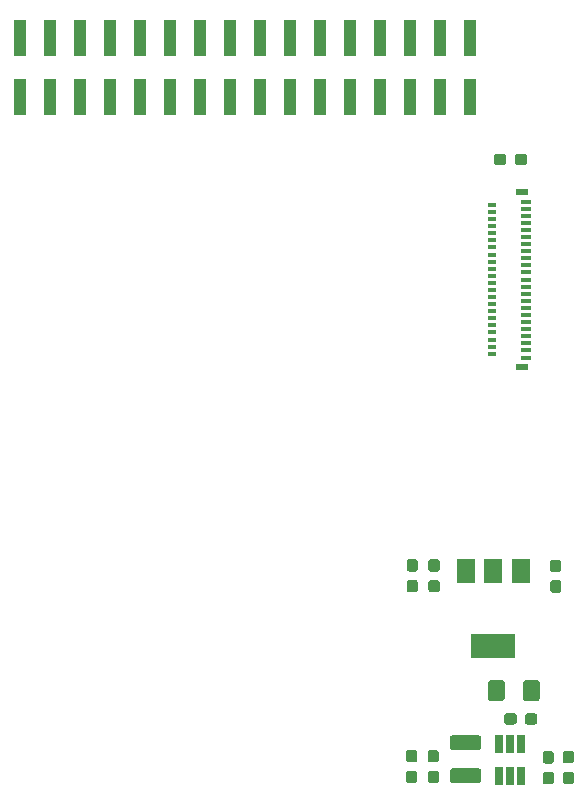
<source format=gbr>
G04 #@! TF.GenerationSoftware,KiCad,Pcbnew,(5.1.4)-1*
G04 #@! TF.CreationDate,2019-11-27T14:10:42+08:00*
G04 #@! TF.ProjectId,FH26W-45S-0.3SHW,46483236-572d-4343-9553-2d302e335348,rev?*
G04 #@! TF.SameCoordinates,Original*
G04 #@! TF.FileFunction,Paste,Bot*
G04 #@! TF.FilePolarity,Positive*
%FSLAX46Y46*%
G04 Gerber Fmt 4.6, Leading zero omitted, Abs format (unit mm)*
G04 Created by KiCad (PCBNEW (5.1.4)-1) date 2019-11-27 14:10:42*
%MOMM*%
%LPD*%
G04 APERTURE LIST*
%ADD10R,1.000000X0.550000*%
%ADD11R,0.700000X0.330000*%
%ADD12R,0.850000X0.330000*%
%ADD13C,0.100000*%
%ADD14C,0.950000*%
%ADD15C,1.425000*%
%ADD16R,0.650000X1.560000*%
%ADD17R,3.800000X2.000000*%
%ADD18R,1.500000X2.000000*%
%ADD19R,1.000000X3.150000*%
%ADD20C,1.250000*%
G04 APERTURE END LIST*
D10*
X148250000Y-43740000D03*
X148250000Y-58500000D03*
D11*
X145700000Y-44800000D03*
X145700000Y-45400000D03*
X145700000Y-46000000D03*
X145700000Y-46600000D03*
X145700000Y-47200000D03*
X145700000Y-47800000D03*
X145700000Y-48400000D03*
X145700000Y-49000000D03*
X145700000Y-49600000D03*
X145700000Y-50200000D03*
X145700000Y-50800000D03*
X145700000Y-51400000D03*
X145700000Y-52000000D03*
X145700000Y-52600000D03*
X145700000Y-53200000D03*
X145700000Y-53800000D03*
X145700000Y-54400000D03*
X145700000Y-55000000D03*
X145700000Y-55600000D03*
X145700000Y-56200000D03*
X145700000Y-56800000D03*
X145700000Y-57400000D03*
D12*
X148585000Y-44520000D03*
X148585000Y-45120000D03*
X148585000Y-45720000D03*
X148585000Y-46320000D03*
X148585000Y-46920000D03*
X148585000Y-47520000D03*
X148585000Y-48120000D03*
X148585000Y-48720000D03*
X148585000Y-49320000D03*
X148585000Y-49920000D03*
X148585000Y-50520000D03*
X148585000Y-51120000D03*
X148585000Y-51720000D03*
X148585000Y-52320000D03*
X148585000Y-52920000D03*
X148585000Y-53520000D03*
X148585000Y-54120000D03*
X148585000Y-54720000D03*
X148585000Y-55320000D03*
X148585000Y-55920000D03*
X148585000Y-56520000D03*
X148585000Y-57120000D03*
X148585000Y-57720000D03*
D13*
G36*
X141010779Y-92706144D02*
G01*
X141033834Y-92709563D01*
X141056443Y-92715227D01*
X141078387Y-92723079D01*
X141099457Y-92733044D01*
X141119448Y-92745026D01*
X141138168Y-92758910D01*
X141155438Y-92774562D01*
X141171090Y-92791832D01*
X141184974Y-92810552D01*
X141196956Y-92830543D01*
X141206921Y-92851613D01*
X141214773Y-92873557D01*
X141220437Y-92896166D01*
X141223856Y-92919221D01*
X141225000Y-92942500D01*
X141225000Y-93517500D01*
X141223856Y-93540779D01*
X141220437Y-93563834D01*
X141214773Y-93586443D01*
X141206921Y-93608387D01*
X141196956Y-93629457D01*
X141184974Y-93649448D01*
X141171090Y-93668168D01*
X141155438Y-93685438D01*
X141138168Y-93701090D01*
X141119448Y-93714974D01*
X141099457Y-93726956D01*
X141078387Y-93736921D01*
X141056443Y-93744773D01*
X141033834Y-93750437D01*
X141010779Y-93753856D01*
X140987500Y-93755000D01*
X140512500Y-93755000D01*
X140489221Y-93753856D01*
X140466166Y-93750437D01*
X140443557Y-93744773D01*
X140421613Y-93736921D01*
X140400543Y-93726956D01*
X140380552Y-93714974D01*
X140361832Y-93701090D01*
X140344562Y-93685438D01*
X140328910Y-93668168D01*
X140315026Y-93649448D01*
X140303044Y-93629457D01*
X140293079Y-93608387D01*
X140285227Y-93586443D01*
X140279563Y-93563834D01*
X140276144Y-93540779D01*
X140275000Y-93517500D01*
X140275000Y-92942500D01*
X140276144Y-92919221D01*
X140279563Y-92896166D01*
X140285227Y-92873557D01*
X140293079Y-92851613D01*
X140303044Y-92830543D01*
X140315026Y-92810552D01*
X140328910Y-92791832D01*
X140344562Y-92774562D01*
X140361832Y-92758910D01*
X140380552Y-92745026D01*
X140400543Y-92733044D01*
X140421613Y-92723079D01*
X140443557Y-92715227D01*
X140466166Y-92709563D01*
X140489221Y-92706144D01*
X140512500Y-92705000D01*
X140987500Y-92705000D01*
X141010779Y-92706144D01*
X141010779Y-92706144D01*
G37*
D14*
X140750000Y-93230000D03*
D13*
G36*
X141010779Y-90956144D02*
G01*
X141033834Y-90959563D01*
X141056443Y-90965227D01*
X141078387Y-90973079D01*
X141099457Y-90983044D01*
X141119448Y-90995026D01*
X141138168Y-91008910D01*
X141155438Y-91024562D01*
X141171090Y-91041832D01*
X141184974Y-91060552D01*
X141196956Y-91080543D01*
X141206921Y-91101613D01*
X141214773Y-91123557D01*
X141220437Y-91146166D01*
X141223856Y-91169221D01*
X141225000Y-91192500D01*
X141225000Y-91767500D01*
X141223856Y-91790779D01*
X141220437Y-91813834D01*
X141214773Y-91836443D01*
X141206921Y-91858387D01*
X141196956Y-91879457D01*
X141184974Y-91899448D01*
X141171090Y-91918168D01*
X141155438Y-91935438D01*
X141138168Y-91951090D01*
X141119448Y-91964974D01*
X141099457Y-91976956D01*
X141078387Y-91986921D01*
X141056443Y-91994773D01*
X141033834Y-92000437D01*
X141010779Y-92003856D01*
X140987500Y-92005000D01*
X140512500Y-92005000D01*
X140489221Y-92003856D01*
X140466166Y-92000437D01*
X140443557Y-91994773D01*
X140421613Y-91986921D01*
X140400543Y-91976956D01*
X140380552Y-91964974D01*
X140361832Y-91951090D01*
X140344562Y-91935438D01*
X140328910Y-91918168D01*
X140315026Y-91899448D01*
X140303044Y-91879457D01*
X140293079Y-91858387D01*
X140285227Y-91836443D01*
X140279563Y-91813834D01*
X140276144Y-91790779D01*
X140275000Y-91767500D01*
X140275000Y-91192500D01*
X140276144Y-91169221D01*
X140279563Y-91146166D01*
X140285227Y-91123557D01*
X140293079Y-91101613D01*
X140303044Y-91080543D01*
X140315026Y-91060552D01*
X140328910Y-91041832D01*
X140344562Y-91024562D01*
X140361832Y-91008910D01*
X140380552Y-90995026D01*
X140400543Y-90983044D01*
X140421613Y-90973079D01*
X140443557Y-90965227D01*
X140466166Y-90959563D01*
X140489221Y-90956144D01*
X140512500Y-90955000D01*
X140987500Y-90955000D01*
X141010779Y-90956144D01*
X141010779Y-90956144D01*
G37*
D14*
X140750000Y-91480000D03*
D13*
G36*
X151380779Y-74831144D02*
G01*
X151403834Y-74834563D01*
X151426443Y-74840227D01*
X151448387Y-74848079D01*
X151469457Y-74858044D01*
X151489448Y-74870026D01*
X151508168Y-74883910D01*
X151525438Y-74899562D01*
X151541090Y-74916832D01*
X151554974Y-74935552D01*
X151566956Y-74955543D01*
X151576921Y-74976613D01*
X151584773Y-74998557D01*
X151590437Y-75021166D01*
X151593856Y-75044221D01*
X151595000Y-75067500D01*
X151595000Y-75642500D01*
X151593856Y-75665779D01*
X151590437Y-75688834D01*
X151584773Y-75711443D01*
X151576921Y-75733387D01*
X151566956Y-75754457D01*
X151554974Y-75774448D01*
X151541090Y-75793168D01*
X151525438Y-75810438D01*
X151508168Y-75826090D01*
X151489448Y-75839974D01*
X151469457Y-75851956D01*
X151448387Y-75861921D01*
X151426443Y-75869773D01*
X151403834Y-75875437D01*
X151380779Y-75878856D01*
X151357500Y-75880000D01*
X150882500Y-75880000D01*
X150859221Y-75878856D01*
X150836166Y-75875437D01*
X150813557Y-75869773D01*
X150791613Y-75861921D01*
X150770543Y-75851956D01*
X150750552Y-75839974D01*
X150731832Y-75826090D01*
X150714562Y-75810438D01*
X150698910Y-75793168D01*
X150685026Y-75774448D01*
X150673044Y-75754457D01*
X150663079Y-75733387D01*
X150655227Y-75711443D01*
X150649563Y-75688834D01*
X150646144Y-75665779D01*
X150645000Y-75642500D01*
X150645000Y-75067500D01*
X150646144Y-75044221D01*
X150649563Y-75021166D01*
X150655227Y-74998557D01*
X150663079Y-74976613D01*
X150673044Y-74955543D01*
X150685026Y-74935552D01*
X150698910Y-74916832D01*
X150714562Y-74899562D01*
X150731832Y-74883910D01*
X150750552Y-74870026D01*
X150770543Y-74858044D01*
X150791613Y-74848079D01*
X150813557Y-74840227D01*
X150836166Y-74834563D01*
X150859221Y-74831144D01*
X150882500Y-74830000D01*
X151357500Y-74830000D01*
X151380779Y-74831144D01*
X151380779Y-74831144D01*
G37*
D14*
X151120000Y-75355000D03*
D13*
G36*
X151380779Y-76581144D02*
G01*
X151403834Y-76584563D01*
X151426443Y-76590227D01*
X151448387Y-76598079D01*
X151469457Y-76608044D01*
X151489448Y-76620026D01*
X151508168Y-76633910D01*
X151525438Y-76649562D01*
X151541090Y-76666832D01*
X151554974Y-76685552D01*
X151566956Y-76705543D01*
X151576921Y-76726613D01*
X151584773Y-76748557D01*
X151590437Y-76771166D01*
X151593856Y-76794221D01*
X151595000Y-76817500D01*
X151595000Y-77392500D01*
X151593856Y-77415779D01*
X151590437Y-77438834D01*
X151584773Y-77461443D01*
X151576921Y-77483387D01*
X151566956Y-77504457D01*
X151554974Y-77524448D01*
X151541090Y-77543168D01*
X151525438Y-77560438D01*
X151508168Y-77576090D01*
X151489448Y-77589974D01*
X151469457Y-77601956D01*
X151448387Y-77611921D01*
X151426443Y-77619773D01*
X151403834Y-77625437D01*
X151380779Y-77628856D01*
X151357500Y-77630000D01*
X150882500Y-77630000D01*
X150859221Y-77628856D01*
X150836166Y-77625437D01*
X150813557Y-77619773D01*
X150791613Y-77611921D01*
X150770543Y-77601956D01*
X150750552Y-77589974D01*
X150731832Y-77576090D01*
X150714562Y-77560438D01*
X150698910Y-77543168D01*
X150685026Y-77524448D01*
X150673044Y-77504457D01*
X150663079Y-77483387D01*
X150655227Y-77461443D01*
X150649563Y-77438834D01*
X150646144Y-77415779D01*
X150645000Y-77392500D01*
X150645000Y-76817500D01*
X150646144Y-76794221D01*
X150649563Y-76771166D01*
X150655227Y-76748557D01*
X150663079Y-76726613D01*
X150673044Y-76705543D01*
X150685026Y-76685552D01*
X150698910Y-76666832D01*
X150714562Y-76649562D01*
X150731832Y-76633910D01*
X150750552Y-76620026D01*
X150770543Y-76608044D01*
X150791613Y-76598079D01*
X150813557Y-76590227D01*
X150836166Y-76584563D01*
X150859221Y-76581144D01*
X150882500Y-76580000D01*
X151357500Y-76580000D01*
X151380779Y-76581144D01*
X151380779Y-76581144D01*
G37*
D14*
X151120000Y-77105000D03*
D13*
G36*
X139190779Y-92696144D02*
G01*
X139213834Y-92699563D01*
X139236443Y-92705227D01*
X139258387Y-92713079D01*
X139279457Y-92723044D01*
X139299448Y-92735026D01*
X139318168Y-92748910D01*
X139335438Y-92764562D01*
X139351090Y-92781832D01*
X139364974Y-92800552D01*
X139376956Y-92820543D01*
X139386921Y-92841613D01*
X139394773Y-92863557D01*
X139400437Y-92886166D01*
X139403856Y-92909221D01*
X139405000Y-92932500D01*
X139405000Y-93507500D01*
X139403856Y-93530779D01*
X139400437Y-93553834D01*
X139394773Y-93576443D01*
X139386921Y-93598387D01*
X139376956Y-93619457D01*
X139364974Y-93639448D01*
X139351090Y-93658168D01*
X139335438Y-93675438D01*
X139318168Y-93691090D01*
X139299448Y-93704974D01*
X139279457Y-93716956D01*
X139258387Y-93726921D01*
X139236443Y-93734773D01*
X139213834Y-93740437D01*
X139190779Y-93743856D01*
X139167500Y-93745000D01*
X138692500Y-93745000D01*
X138669221Y-93743856D01*
X138646166Y-93740437D01*
X138623557Y-93734773D01*
X138601613Y-93726921D01*
X138580543Y-93716956D01*
X138560552Y-93704974D01*
X138541832Y-93691090D01*
X138524562Y-93675438D01*
X138508910Y-93658168D01*
X138495026Y-93639448D01*
X138483044Y-93619457D01*
X138473079Y-93598387D01*
X138465227Y-93576443D01*
X138459563Y-93553834D01*
X138456144Y-93530779D01*
X138455000Y-93507500D01*
X138455000Y-92932500D01*
X138456144Y-92909221D01*
X138459563Y-92886166D01*
X138465227Y-92863557D01*
X138473079Y-92841613D01*
X138483044Y-92820543D01*
X138495026Y-92800552D01*
X138508910Y-92781832D01*
X138524562Y-92764562D01*
X138541832Y-92748910D01*
X138560552Y-92735026D01*
X138580543Y-92723044D01*
X138601613Y-92713079D01*
X138623557Y-92705227D01*
X138646166Y-92699563D01*
X138669221Y-92696144D01*
X138692500Y-92695000D01*
X139167500Y-92695000D01*
X139190779Y-92696144D01*
X139190779Y-92696144D01*
G37*
D14*
X138930000Y-93220000D03*
D13*
G36*
X139190779Y-90946144D02*
G01*
X139213834Y-90949563D01*
X139236443Y-90955227D01*
X139258387Y-90963079D01*
X139279457Y-90973044D01*
X139299448Y-90985026D01*
X139318168Y-90998910D01*
X139335438Y-91014562D01*
X139351090Y-91031832D01*
X139364974Y-91050552D01*
X139376956Y-91070543D01*
X139386921Y-91091613D01*
X139394773Y-91113557D01*
X139400437Y-91136166D01*
X139403856Y-91159221D01*
X139405000Y-91182500D01*
X139405000Y-91757500D01*
X139403856Y-91780779D01*
X139400437Y-91803834D01*
X139394773Y-91826443D01*
X139386921Y-91848387D01*
X139376956Y-91869457D01*
X139364974Y-91889448D01*
X139351090Y-91908168D01*
X139335438Y-91925438D01*
X139318168Y-91941090D01*
X139299448Y-91954974D01*
X139279457Y-91966956D01*
X139258387Y-91976921D01*
X139236443Y-91984773D01*
X139213834Y-91990437D01*
X139190779Y-91993856D01*
X139167500Y-91995000D01*
X138692500Y-91995000D01*
X138669221Y-91993856D01*
X138646166Y-91990437D01*
X138623557Y-91984773D01*
X138601613Y-91976921D01*
X138580543Y-91966956D01*
X138560552Y-91954974D01*
X138541832Y-91941090D01*
X138524562Y-91925438D01*
X138508910Y-91908168D01*
X138495026Y-91889448D01*
X138483044Y-91869457D01*
X138473079Y-91848387D01*
X138465227Y-91826443D01*
X138459563Y-91803834D01*
X138456144Y-91780779D01*
X138455000Y-91757500D01*
X138455000Y-91182500D01*
X138456144Y-91159221D01*
X138459563Y-91136166D01*
X138465227Y-91113557D01*
X138473079Y-91091613D01*
X138483044Y-91070543D01*
X138495026Y-91050552D01*
X138508910Y-91031832D01*
X138524562Y-91014562D01*
X138541832Y-90998910D01*
X138560552Y-90985026D01*
X138580543Y-90973044D01*
X138601613Y-90963079D01*
X138623557Y-90955227D01*
X138646166Y-90949563D01*
X138669221Y-90946144D01*
X138692500Y-90945000D01*
X139167500Y-90945000D01*
X139190779Y-90946144D01*
X139190779Y-90946144D01*
G37*
D14*
X138930000Y-91470000D03*
D13*
G36*
X141080779Y-76546144D02*
G01*
X141103834Y-76549563D01*
X141126443Y-76555227D01*
X141148387Y-76563079D01*
X141169457Y-76573044D01*
X141189448Y-76585026D01*
X141208168Y-76598910D01*
X141225438Y-76614562D01*
X141241090Y-76631832D01*
X141254974Y-76650552D01*
X141266956Y-76670543D01*
X141276921Y-76691613D01*
X141284773Y-76713557D01*
X141290437Y-76736166D01*
X141293856Y-76759221D01*
X141295000Y-76782500D01*
X141295000Y-77357500D01*
X141293856Y-77380779D01*
X141290437Y-77403834D01*
X141284773Y-77426443D01*
X141276921Y-77448387D01*
X141266956Y-77469457D01*
X141254974Y-77489448D01*
X141241090Y-77508168D01*
X141225438Y-77525438D01*
X141208168Y-77541090D01*
X141189448Y-77554974D01*
X141169457Y-77566956D01*
X141148387Y-77576921D01*
X141126443Y-77584773D01*
X141103834Y-77590437D01*
X141080779Y-77593856D01*
X141057500Y-77595000D01*
X140582500Y-77595000D01*
X140559221Y-77593856D01*
X140536166Y-77590437D01*
X140513557Y-77584773D01*
X140491613Y-77576921D01*
X140470543Y-77566956D01*
X140450552Y-77554974D01*
X140431832Y-77541090D01*
X140414562Y-77525438D01*
X140398910Y-77508168D01*
X140385026Y-77489448D01*
X140373044Y-77469457D01*
X140363079Y-77448387D01*
X140355227Y-77426443D01*
X140349563Y-77403834D01*
X140346144Y-77380779D01*
X140345000Y-77357500D01*
X140345000Y-76782500D01*
X140346144Y-76759221D01*
X140349563Y-76736166D01*
X140355227Y-76713557D01*
X140363079Y-76691613D01*
X140373044Y-76670543D01*
X140385026Y-76650552D01*
X140398910Y-76631832D01*
X140414562Y-76614562D01*
X140431832Y-76598910D01*
X140450552Y-76585026D01*
X140470543Y-76573044D01*
X140491613Y-76563079D01*
X140513557Y-76555227D01*
X140536166Y-76549563D01*
X140559221Y-76546144D01*
X140582500Y-76545000D01*
X141057500Y-76545000D01*
X141080779Y-76546144D01*
X141080779Y-76546144D01*
G37*
D14*
X140820000Y-77070000D03*
D13*
G36*
X141080779Y-74796144D02*
G01*
X141103834Y-74799563D01*
X141126443Y-74805227D01*
X141148387Y-74813079D01*
X141169457Y-74823044D01*
X141189448Y-74835026D01*
X141208168Y-74848910D01*
X141225438Y-74864562D01*
X141241090Y-74881832D01*
X141254974Y-74900552D01*
X141266956Y-74920543D01*
X141276921Y-74941613D01*
X141284773Y-74963557D01*
X141290437Y-74986166D01*
X141293856Y-75009221D01*
X141295000Y-75032500D01*
X141295000Y-75607500D01*
X141293856Y-75630779D01*
X141290437Y-75653834D01*
X141284773Y-75676443D01*
X141276921Y-75698387D01*
X141266956Y-75719457D01*
X141254974Y-75739448D01*
X141241090Y-75758168D01*
X141225438Y-75775438D01*
X141208168Y-75791090D01*
X141189448Y-75804974D01*
X141169457Y-75816956D01*
X141148387Y-75826921D01*
X141126443Y-75834773D01*
X141103834Y-75840437D01*
X141080779Y-75843856D01*
X141057500Y-75845000D01*
X140582500Y-75845000D01*
X140559221Y-75843856D01*
X140536166Y-75840437D01*
X140513557Y-75834773D01*
X140491613Y-75826921D01*
X140470543Y-75816956D01*
X140450552Y-75804974D01*
X140431832Y-75791090D01*
X140414562Y-75775438D01*
X140398910Y-75758168D01*
X140385026Y-75739448D01*
X140373044Y-75719457D01*
X140363079Y-75698387D01*
X140355227Y-75676443D01*
X140349563Y-75653834D01*
X140346144Y-75630779D01*
X140345000Y-75607500D01*
X140345000Y-75032500D01*
X140346144Y-75009221D01*
X140349563Y-74986166D01*
X140355227Y-74963557D01*
X140363079Y-74941613D01*
X140373044Y-74920543D01*
X140385026Y-74900552D01*
X140398910Y-74881832D01*
X140414562Y-74864562D01*
X140431832Y-74848910D01*
X140450552Y-74835026D01*
X140470543Y-74823044D01*
X140491613Y-74813079D01*
X140513557Y-74805227D01*
X140536166Y-74799563D01*
X140559221Y-74796144D01*
X140582500Y-74795000D01*
X141057500Y-74795000D01*
X141080779Y-74796144D01*
X141080779Y-74796144D01*
G37*
D14*
X140820000Y-75320000D03*
D13*
G36*
X149552004Y-85046204D02*
G01*
X149576273Y-85049804D01*
X149600071Y-85055765D01*
X149623171Y-85064030D01*
X149645349Y-85074520D01*
X149666393Y-85087133D01*
X149686098Y-85101747D01*
X149704277Y-85118223D01*
X149720753Y-85136402D01*
X149735367Y-85156107D01*
X149747980Y-85177151D01*
X149758470Y-85199329D01*
X149766735Y-85222429D01*
X149772696Y-85246227D01*
X149776296Y-85270496D01*
X149777500Y-85295000D01*
X149777500Y-86545000D01*
X149776296Y-86569504D01*
X149772696Y-86593773D01*
X149766735Y-86617571D01*
X149758470Y-86640671D01*
X149747980Y-86662849D01*
X149735367Y-86683893D01*
X149720753Y-86703598D01*
X149704277Y-86721777D01*
X149686098Y-86738253D01*
X149666393Y-86752867D01*
X149645349Y-86765480D01*
X149623171Y-86775970D01*
X149600071Y-86784235D01*
X149576273Y-86790196D01*
X149552004Y-86793796D01*
X149527500Y-86795000D01*
X148602500Y-86795000D01*
X148577996Y-86793796D01*
X148553727Y-86790196D01*
X148529929Y-86784235D01*
X148506829Y-86775970D01*
X148484651Y-86765480D01*
X148463607Y-86752867D01*
X148443902Y-86738253D01*
X148425723Y-86721777D01*
X148409247Y-86703598D01*
X148394633Y-86683893D01*
X148382020Y-86662849D01*
X148371530Y-86640671D01*
X148363265Y-86617571D01*
X148357304Y-86593773D01*
X148353704Y-86569504D01*
X148352500Y-86545000D01*
X148352500Y-85295000D01*
X148353704Y-85270496D01*
X148357304Y-85246227D01*
X148363265Y-85222429D01*
X148371530Y-85199329D01*
X148382020Y-85177151D01*
X148394633Y-85156107D01*
X148409247Y-85136402D01*
X148425723Y-85118223D01*
X148443902Y-85101747D01*
X148463607Y-85087133D01*
X148484651Y-85074520D01*
X148506829Y-85064030D01*
X148529929Y-85055765D01*
X148553727Y-85049804D01*
X148577996Y-85046204D01*
X148602500Y-85045000D01*
X149527500Y-85045000D01*
X149552004Y-85046204D01*
X149552004Y-85046204D01*
G37*
D15*
X149065000Y-85920000D03*
D13*
G36*
X146577004Y-85046204D02*
G01*
X146601273Y-85049804D01*
X146625071Y-85055765D01*
X146648171Y-85064030D01*
X146670349Y-85074520D01*
X146691393Y-85087133D01*
X146711098Y-85101747D01*
X146729277Y-85118223D01*
X146745753Y-85136402D01*
X146760367Y-85156107D01*
X146772980Y-85177151D01*
X146783470Y-85199329D01*
X146791735Y-85222429D01*
X146797696Y-85246227D01*
X146801296Y-85270496D01*
X146802500Y-85295000D01*
X146802500Y-86545000D01*
X146801296Y-86569504D01*
X146797696Y-86593773D01*
X146791735Y-86617571D01*
X146783470Y-86640671D01*
X146772980Y-86662849D01*
X146760367Y-86683893D01*
X146745753Y-86703598D01*
X146729277Y-86721777D01*
X146711098Y-86738253D01*
X146691393Y-86752867D01*
X146670349Y-86765480D01*
X146648171Y-86775970D01*
X146625071Y-86784235D01*
X146601273Y-86790196D01*
X146577004Y-86793796D01*
X146552500Y-86795000D01*
X145627500Y-86795000D01*
X145602996Y-86793796D01*
X145578727Y-86790196D01*
X145554929Y-86784235D01*
X145531829Y-86775970D01*
X145509651Y-86765480D01*
X145488607Y-86752867D01*
X145468902Y-86738253D01*
X145450723Y-86721777D01*
X145434247Y-86703598D01*
X145419633Y-86683893D01*
X145407020Y-86662849D01*
X145396530Y-86640671D01*
X145388265Y-86617571D01*
X145382304Y-86593773D01*
X145378704Y-86569504D01*
X145377500Y-86545000D01*
X145377500Y-85295000D01*
X145378704Y-85270496D01*
X145382304Y-85246227D01*
X145388265Y-85222429D01*
X145396530Y-85199329D01*
X145407020Y-85177151D01*
X145419633Y-85156107D01*
X145434247Y-85136402D01*
X145450723Y-85118223D01*
X145468902Y-85101747D01*
X145488607Y-85087133D01*
X145509651Y-85074520D01*
X145531829Y-85064030D01*
X145554929Y-85055765D01*
X145578727Y-85049804D01*
X145602996Y-85046204D01*
X145627500Y-85045000D01*
X146552500Y-85045000D01*
X146577004Y-85046204D01*
X146577004Y-85046204D01*
G37*
D15*
X146090000Y-85920000D03*
D13*
G36*
X152450779Y-92786144D02*
G01*
X152473834Y-92789563D01*
X152496443Y-92795227D01*
X152518387Y-92803079D01*
X152539457Y-92813044D01*
X152559448Y-92825026D01*
X152578168Y-92838910D01*
X152595438Y-92854562D01*
X152611090Y-92871832D01*
X152624974Y-92890552D01*
X152636956Y-92910543D01*
X152646921Y-92931613D01*
X152654773Y-92953557D01*
X152660437Y-92976166D01*
X152663856Y-92999221D01*
X152665000Y-93022500D01*
X152665000Y-93597500D01*
X152663856Y-93620779D01*
X152660437Y-93643834D01*
X152654773Y-93666443D01*
X152646921Y-93688387D01*
X152636956Y-93709457D01*
X152624974Y-93729448D01*
X152611090Y-93748168D01*
X152595438Y-93765438D01*
X152578168Y-93781090D01*
X152559448Y-93794974D01*
X152539457Y-93806956D01*
X152518387Y-93816921D01*
X152496443Y-93824773D01*
X152473834Y-93830437D01*
X152450779Y-93833856D01*
X152427500Y-93835000D01*
X151952500Y-93835000D01*
X151929221Y-93833856D01*
X151906166Y-93830437D01*
X151883557Y-93824773D01*
X151861613Y-93816921D01*
X151840543Y-93806956D01*
X151820552Y-93794974D01*
X151801832Y-93781090D01*
X151784562Y-93765438D01*
X151768910Y-93748168D01*
X151755026Y-93729448D01*
X151743044Y-93709457D01*
X151733079Y-93688387D01*
X151725227Y-93666443D01*
X151719563Y-93643834D01*
X151716144Y-93620779D01*
X151715000Y-93597500D01*
X151715000Y-93022500D01*
X151716144Y-92999221D01*
X151719563Y-92976166D01*
X151725227Y-92953557D01*
X151733079Y-92931613D01*
X151743044Y-92910543D01*
X151755026Y-92890552D01*
X151768910Y-92871832D01*
X151784562Y-92854562D01*
X151801832Y-92838910D01*
X151820552Y-92825026D01*
X151840543Y-92813044D01*
X151861613Y-92803079D01*
X151883557Y-92795227D01*
X151906166Y-92789563D01*
X151929221Y-92786144D01*
X151952500Y-92785000D01*
X152427500Y-92785000D01*
X152450779Y-92786144D01*
X152450779Y-92786144D01*
G37*
D14*
X152190000Y-93310000D03*
D13*
G36*
X152450779Y-91036144D02*
G01*
X152473834Y-91039563D01*
X152496443Y-91045227D01*
X152518387Y-91053079D01*
X152539457Y-91063044D01*
X152559448Y-91075026D01*
X152578168Y-91088910D01*
X152595438Y-91104562D01*
X152611090Y-91121832D01*
X152624974Y-91140552D01*
X152636956Y-91160543D01*
X152646921Y-91181613D01*
X152654773Y-91203557D01*
X152660437Y-91226166D01*
X152663856Y-91249221D01*
X152665000Y-91272500D01*
X152665000Y-91847500D01*
X152663856Y-91870779D01*
X152660437Y-91893834D01*
X152654773Y-91916443D01*
X152646921Y-91938387D01*
X152636956Y-91959457D01*
X152624974Y-91979448D01*
X152611090Y-91998168D01*
X152595438Y-92015438D01*
X152578168Y-92031090D01*
X152559448Y-92044974D01*
X152539457Y-92056956D01*
X152518387Y-92066921D01*
X152496443Y-92074773D01*
X152473834Y-92080437D01*
X152450779Y-92083856D01*
X152427500Y-92085000D01*
X151952500Y-92085000D01*
X151929221Y-92083856D01*
X151906166Y-92080437D01*
X151883557Y-92074773D01*
X151861613Y-92066921D01*
X151840543Y-92056956D01*
X151820552Y-92044974D01*
X151801832Y-92031090D01*
X151784562Y-92015438D01*
X151768910Y-91998168D01*
X151755026Y-91979448D01*
X151743044Y-91959457D01*
X151733079Y-91938387D01*
X151725227Y-91916443D01*
X151719563Y-91893834D01*
X151716144Y-91870779D01*
X151715000Y-91847500D01*
X151715000Y-91272500D01*
X151716144Y-91249221D01*
X151719563Y-91226166D01*
X151725227Y-91203557D01*
X151733079Y-91181613D01*
X151743044Y-91160543D01*
X151755026Y-91140552D01*
X151768910Y-91121832D01*
X151784562Y-91104562D01*
X151801832Y-91088910D01*
X151820552Y-91075026D01*
X151840543Y-91063044D01*
X151861613Y-91053079D01*
X151883557Y-91045227D01*
X151906166Y-91039563D01*
X151929221Y-91036144D01*
X151952500Y-91035000D01*
X152427500Y-91035000D01*
X152450779Y-91036144D01*
X152450779Y-91036144D01*
G37*
D14*
X152190000Y-91560000D03*
D13*
G36*
X150750779Y-91046144D02*
G01*
X150773834Y-91049563D01*
X150796443Y-91055227D01*
X150818387Y-91063079D01*
X150839457Y-91073044D01*
X150859448Y-91085026D01*
X150878168Y-91098910D01*
X150895438Y-91114562D01*
X150911090Y-91131832D01*
X150924974Y-91150552D01*
X150936956Y-91170543D01*
X150946921Y-91191613D01*
X150954773Y-91213557D01*
X150960437Y-91236166D01*
X150963856Y-91259221D01*
X150965000Y-91282500D01*
X150965000Y-91857500D01*
X150963856Y-91880779D01*
X150960437Y-91903834D01*
X150954773Y-91926443D01*
X150946921Y-91948387D01*
X150936956Y-91969457D01*
X150924974Y-91989448D01*
X150911090Y-92008168D01*
X150895438Y-92025438D01*
X150878168Y-92041090D01*
X150859448Y-92054974D01*
X150839457Y-92066956D01*
X150818387Y-92076921D01*
X150796443Y-92084773D01*
X150773834Y-92090437D01*
X150750779Y-92093856D01*
X150727500Y-92095000D01*
X150252500Y-92095000D01*
X150229221Y-92093856D01*
X150206166Y-92090437D01*
X150183557Y-92084773D01*
X150161613Y-92076921D01*
X150140543Y-92066956D01*
X150120552Y-92054974D01*
X150101832Y-92041090D01*
X150084562Y-92025438D01*
X150068910Y-92008168D01*
X150055026Y-91989448D01*
X150043044Y-91969457D01*
X150033079Y-91948387D01*
X150025227Y-91926443D01*
X150019563Y-91903834D01*
X150016144Y-91880779D01*
X150015000Y-91857500D01*
X150015000Y-91282500D01*
X150016144Y-91259221D01*
X150019563Y-91236166D01*
X150025227Y-91213557D01*
X150033079Y-91191613D01*
X150043044Y-91170543D01*
X150055026Y-91150552D01*
X150068910Y-91131832D01*
X150084562Y-91114562D01*
X150101832Y-91098910D01*
X150120552Y-91085026D01*
X150140543Y-91073044D01*
X150161613Y-91063079D01*
X150183557Y-91055227D01*
X150206166Y-91049563D01*
X150229221Y-91046144D01*
X150252500Y-91045000D01*
X150727500Y-91045000D01*
X150750779Y-91046144D01*
X150750779Y-91046144D01*
G37*
D14*
X150490000Y-91570000D03*
D13*
G36*
X150750779Y-92796144D02*
G01*
X150773834Y-92799563D01*
X150796443Y-92805227D01*
X150818387Y-92813079D01*
X150839457Y-92823044D01*
X150859448Y-92835026D01*
X150878168Y-92848910D01*
X150895438Y-92864562D01*
X150911090Y-92881832D01*
X150924974Y-92900552D01*
X150936956Y-92920543D01*
X150946921Y-92941613D01*
X150954773Y-92963557D01*
X150960437Y-92986166D01*
X150963856Y-93009221D01*
X150965000Y-93032500D01*
X150965000Y-93607500D01*
X150963856Y-93630779D01*
X150960437Y-93653834D01*
X150954773Y-93676443D01*
X150946921Y-93698387D01*
X150936956Y-93719457D01*
X150924974Y-93739448D01*
X150911090Y-93758168D01*
X150895438Y-93775438D01*
X150878168Y-93791090D01*
X150859448Y-93804974D01*
X150839457Y-93816956D01*
X150818387Y-93826921D01*
X150796443Y-93834773D01*
X150773834Y-93840437D01*
X150750779Y-93843856D01*
X150727500Y-93845000D01*
X150252500Y-93845000D01*
X150229221Y-93843856D01*
X150206166Y-93840437D01*
X150183557Y-93834773D01*
X150161613Y-93826921D01*
X150140543Y-93816956D01*
X150120552Y-93804974D01*
X150101832Y-93791090D01*
X150084562Y-93775438D01*
X150068910Y-93758168D01*
X150055026Y-93739448D01*
X150043044Y-93719457D01*
X150033079Y-93698387D01*
X150025227Y-93676443D01*
X150019563Y-93653834D01*
X150016144Y-93630779D01*
X150015000Y-93607500D01*
X150015000Y-93032500D01*
X150016144Y-93009221D01*
X150019563Y-92986166D01*
X150025227Y-92963557D01*
X150033079Y-92941613D01*
X150043044Y-92920543D01*
X150055026Y-92900552D01*
X150068910Y-92881832D01*
X150084562Y-92864562D01*
X150101832Y-92848910D01*
X150120552Y-92835026D01*
X150140543Y-92823044D01*
X150161613Y-92813079D01*
X150183557Y-92805227D01*
X150206166Y-92799563D01*
X150229221Y-92796144D01*
X150252500Y-92795000D01*
X150727500Y-92795000D01*
X150750779Y-92796144D01*
X150750779Y-92796144D01*
G37*
D14*
X150490000Y-93320000D03*
D13*
G36*
X146720779Y-40476144D02*
G01*
X146743834Y-40479563D01*
X146766443Y-40485227D01*
X146788387Y-40493079D01*
X146809457Y-40503044D01*
X146829448Y-40515026D01*
X146848168Y-40528910D01*
X146865438Y-40544562D01*
X146881090Y-40561832D01*
X146894974Y-40580552D01*
X146906956Y-40600543D01*
X146916921Y-40621613D01*
X146924773Y-40643557D01*
X146930437Y-40666166D01*
X146933856Y-40689221D01*
X146935000Y-40712500D01*
X146935000Y-41187500D01*
X146933856Y-41210779D01*
X146930437Y-41233834D01*
X146924773Y-41256443D01*
X146916921Y-41278387D01*
X146906956Y-41299457D01*
X146894974Y-41319448D01*
X146881090Y-41338168D01*
X146865438Y-41355438D01*
X146848168Y-41371090D01*
X146829448Y-41384974D01*
X146809457Y-41396956D01*
X146788387Y-41406921D01*
X146766443Y-41414773D01*
X146743834Y-41420437D01*
X146720779Y-41423856D01*
X146697500Y-41425000D01*
X146122500Y-41425000D01*
X146099221Y-41423856D01*
X146076166Y-41420437D01*
X146053557Y-41414773D01*
X146031613Y-41406921D01*
X146010543Y-41396956D01*
X145990552Y-41384974D01*
X145971832Y-41371090D01*
X145954562Y-41355438D01*
X145938910Y-41338168D01*
X145925026Y-41319448D01*
X145913044Y-41299457D01*
X145903079Y-41278387D01*
X145895227Y-41256443D01*
X145889563Y-41233834D01*
X145886144Y-41210779D01*
X145885000Y-41187500D01*
X145885000Y-40712500D01*
X145886144Y-40689221D01*
X145889563Y-40666166D01*
X145895227Y-40643557D01*
X145903079Y-40621613D01*
X145913044Y-40600543D01*
X145925026Y-40580552D01*
X145938910Y-40561832D01*
X145954562Y-40544562D01*
X145971832Y-40528910D01*
X145990552Y-40515026D01*
X146010543Y-40503044D01*
X146031613Y-40493079D01*
X146053557Y-40485227D01*
X146076166Y-40479563D01*
X146099221Y-40476144D01*
X146122500Y-40475000D01*
X146697500Y-40475000D01*
X146720779Y-40476144D01*
X146720779Y-40476144D01*
G37*
D14*
X146410000Y-40950000D03*
D13*
G36*
X148470779Y-40476144D02*
G01*
X148493834Y-40479563D01*
X148516443Y-40485227D01*
X148538387Y-40493079D01*
X148559457Y-40503044D01*
X148579448Y-40515026D01*
X148598168Y-40528910D01*
X148615438Y-40544562D01*
X148631090Y-40561832D01*
X148644974Y-40580552D01*
X148656956Y-40600543D01*
X148666921Y-40621613D01*
X148674773Y-40643557D01*
X148680437Y-40666166D01*
X148683856Y-40689221D01*
X148685000Y-40712500D01*
X148685000Y-41187500D01*
X148683856Y-41210779D01*
X148680437Y-41233834D01*
X148674773Y-41256443D01*
X148666921Y-41278387D01*
X148656956Y-41299457D01*
X148644974Y-41319448D01*
X148631090Y-41338168D01*
X148615438Y-41355438D01*
X148598168Y-41371090D01*
X148579448Y-41384974D01*
X148559457Y-41396956D01*
X148538387Y-41406921D01*
X148516443Y-41414773D01*
X148493834Y-41420437D01*
X148470779Y-41423856D01*
X148447500Y-41425000D01*
X147872500Y-41425000D01*
X147849221Y-41423856D01*
X147826166Y-41420437D01*
X147803557Y-41414773D01*
X147781613Y-41406921D01*
X147760543Y-41396956D01*
X147740552Y-41384974D01*
X147721832Y-41371090D01*
X147704562Y-41355438D01*
X147688910Y-41338168D01*
X147675026Y-41319448D01*
X147663044Y-41299457D01*
X147653079Y-41278387D01*
X147645227Y-41256443D01*
X147639563Y-41233834D01*
X147636144Y-41210779D01*
X147635000Y-41187500D01*
X147635000Y-40712500D01*
X147636144Y-40689221D01*
X147639563Y-40666166D01*
X147645227Y-40643557D01*
X147653079Y-40621613D01*
X147663044Y-40600543D01*
X147675026Y-40580552D01*
X147688910Y-40561832D01*
X147704562Y-40544562D01*
X147721832Y-40528910D01*
X147740552Y-40515026D01*
X147760543Y-40503044D01*
X147781613Y-40493079D01*
X147803557Y-40485227D01*
X147826166Y-40479563D01*
X147849221Y-40476144D01*
X147872500Y-40475000D01*
X148447500Y-40475000D01*
X148470779Y-40476144D01*
X148470779Y-40476144D01*
G37*
D14*
X148160000Y-40950000D03*
D13*
G36*
X147600779Y-87846144D02*
G01*
X147623834Y-87849563D01*
X147646443Y-87855227D01*
X147668387Y-87863079D01*
X147689457Y-87873044D01*
X147709448Y-87885026D01*
X147728168Y-87898910D01*
X147745438Y-87914562D01*
X147761090Y-87931832D01*
X147774974Y-87950552D01*
X147786956Y-87970543D01*
X147796921Y-87991613D01*
X147804773Y-88013557D01*
X147810437Y-88036166D01*
X147813856Y-88059221D01*
X147815000Y-88082500D01*
X147815000Y-88557500D01*
X147813856Y-88580779D01*
X147810437Y-88603834D01*
X147804773Y-88626443D01*
X147796921Y-88648387D01*
X147786956Y-88669457D01*
X147774974Y-88689448D01*
X147761090Y-88708168D01*
X147745438Y-88725438D01*
X147728168Y-88741090D01*
X147709448Y-88754974D01*
X147689457Y-88766956D01*
X147668387Y-88776921D01*
X147646443Y-88784773D01*
X147623834Y-88790437D01*
X147600779Y-88793856D01*
X147577500Y-88795000D01*
X147002500Y-88795000D01*
X146979221Y-88793856D01*
X146956166Y-88790437D01*
X146933557Y-88784773D01*
X146911613Y-88776921D01*
X146890543Y-88766956D01*
X146870552Y-88754974D01*
X146851832Y-88741090D01*
X146834562Y-88725438D01*
X146818910Y-88708168D01*
X146805026Y-88689448D01*
X146793044Y-88669457D01*
X146783079Y-88648387D01*
X146775227Y-88626443D01*
X146769563Y-88603834D01*
X146766144Y-88580779D01*
X146765000Y-88557500D01*
X146765000Y-88082500D01*
X146766144Y-88059221D01*
X146769563Y-88036166D01*
X146775227Y-88013557D01*
X146783079Y-87991613D01*
X146793044Y-87970543D01*
X146805026Y-87950552D01*
X146818910Y-87931832D01*
X146834562Y-87914562D01*
X146851832Y-87898910D01*
X146870552Y-87885026D01*
X146890543Y-87873044D01*
X146911613Y-87863079D01*
X146933557Y-87855227D01*
X146956166Y-87849563D01*
X146979221Y-87846144D01*
X147002500Y-87845000D01*
X147577500Y-87845000D01*
X147600779Y-87846144D01*
X147600779Y-87846144D01*
G37*
D14*
X147290000Y-88320000D03*
D13*
G36*
X149350779Y-87846144D02*
G01*
X149373834Y-87849563D01*
X149396443Y-87855227D01*
X149418387Y-87863079D01*
X149439457Y-87873044D01*
X149459448Y-87885026D01*
X149478168Y-87898910D01*
X149495438Y-87914562D01*
X149511090Y-87931832D01*
X149524974Y-87950552D01*
X149536956Y-87970543D01*
X149546921Y-87991613D01*
X149554773Y-88013557D01*
X149560437Y-88036166D01*
X149563856Y-88059221D01*
X149565000Y-88082500D01*
X149565000Y-88557500D01*
X149563856Y-88580779D01*
X149560437Y-88603834D01*
X149554773Y-88626443D01*
X149546921Y-88648387D01*
X149536956Y-88669457D01*
X149524974Y-88689448D01*
X149511090Y-88708168D01*
X149495438Y-88725438D01*
X149478168Y-88741090D01*
X149459448Y-88754974D01*
X149439457Y-88766956D01*
X149418387Y-88776921D01*
X149396443Y-88784773D01*
X149373834Y-88790437D01*
X149350779Y-88793856D01*
X149327500Y-88795000D01*
X148752500Y-88795000D01*
X148729221Y-88793856D01*
X148706166Y-88790437D01*
X148683557Y-88784773D01*
X148661613Y-88776921D01*
X148640543Y-88766956D01*
X148620552Y-88754974D01*
X148601832Y-88741090D01*
X148584562Y-88725438D01*
X148568910Y-88708168D01*
X148555026Y-88689448D01*
X148543044Y-88669457D01*
X148533079Y-88648387D01*
X148525227Y-88626443D01*
X148519563Y-88603834D01*
X148516144Y-88580779D01*
X148515000Y-88557500D01*
X148515000Y-88082500D01*
X148516144Y-88059221D01*
X148519563Y-88036166D01*
X148525227Y-88013557D01*
X148533079Y-87991613D01*
X148543044Y-87970543D01*
X148555026Y-87950552D01*
X148568910Y-87931832D01*
X148584562Y-87914562D01*
X148601832Y-87898910D01*
X148620552Y-87885026D01*
X148640543Y-87873044D01*
X148661613Y-87863079D01*
X148683557Y-87855227D01*
X148706166Y-87849563D01*
X148729221Y-87846144D01*
X148752500Y-87845000D01*
X149327500Y-87845000D01*
X149350779Y-87846144D01*
X149350779Y-87846144D01*
G37*
D14*
X149040000Y-88320000D03*
D16*
X146290000Y-90420000D03*
X147240000Y-90420000D03*
X148190000Y-90420000D03*
X148190000Y-93120000D03*
X146290000Y-93120000D03*
X147240000Y-93120000D03*
D17*
X145850000Y-82110000D03*
D18*
X145850000Y-75810000D03*
X148150000Y-75810000D03*
X143550000Y-75810000D03*
D19*
X143860000Y-35675000D03*
X143860000Y-30625000D03*
X141320000Y-35675000D03*
X141320000Y-30625000D03*
X138780000Y-35675000D03*
X138780000Y-30625000D03*
X136240000Y-35675000D03*
X136240000Y-30625000D03*
X133700000Y-35675000D03*
X133700000Y-30625000D03*
X131160000Y-35675000D03*
X131160000Y-30625000D03*
X128620000Y-35675000D03*
X128620000Y-30625000D03*
X126080000Y-35675000D03*
X126080000Y-30625000D03*
X123540000Y-35675000D03*
X123540000Y-30625000D03*
X121000000Y-35675000D03*
X121000000Y-30625000D03*
X118460000Y-35675000D03*
X118460000Y-30625000D03*
X115920000Y-35675000D03*
X115920000Y-30625000D03*
X113380000Y-35675000D03*
X113380000Y-30625000D03*
X110840000Y-35675000D03*
X110840000Y-30625000D03*
X108300000Y-35675000D03*
X108300000Y-30625000D03*
X105760000Y-35675000D03*
X105760000Y-30625000D03*
D13*
G36*
X139230779Y-76546144D02*
G01*
X139253834Y-76549563D01*
X139276443Y-76555227D01*
X139298387Y-76563079D01*
X139319457Y-76573044D01*
X139339448Y-76585026D01*
X139358168Y-76598910D01*
X139375438Y-76614562D01*
X139391090Y-76631832D01*
X139404974Y-76650552D01*
X139416956Y-76670543D01*
X139426921Y-76691613D01*
X139434773Y-76713557D01*
X139440437Y-76736166D01*
X139443856Y-76759221D01*
X139445000Y-76782500D01*
X139445000Y-77357500D01*
X139443856Y-77380779D01*
X139440437Y-77403834D01*
X139434773Y-77426443D01*
X139426921Y-77448387D01*
X139416956Y-77469457D01*
X139404974Y-77489448D01*
X139391090Y-77508168D01*
X139375438Y-77525438D01*
X139358168Y-77541090D01*
X139339448Y-77554974D01*
X139319457Y-77566956D01*
X139298387Y-77576921D01*
X139276443Y-77584773D01*
X139253834Y-77590437D01*
X139230779Y-77593856D01*
X139207500Y-77595000D01*
X138732500Y-77595000D01*
X138709221Y-77593856D01*
X138686166Y-77590437D01*
X138663557Y-77584773D01*
X138641613Y-77576921D01*
X138620543Y-77566956D01*
X138600552Y-77554974D01*
X138581832Y-77541090D01*
X138564562Y-77525438D01*
X138548910Y-77508168D01*
X138535026Y-77489448D01*
X138523044Y-77469457D01*
X138513079Y-77448387D01*
X138505227Y-77426443D01*
X138499563Y-77403834D01*
X138496144Y-77380779D01*
X138495000Y-77357500D01*
X138495000Y-76782500D01*
X138496144Y-76759221D01*
X138499563Y-76736166D01*
X138505227Y-76713557D01*
X138513079Y-76691613D01*
X138523044Y-76670543D01*
X138535026Y-76650552D01*
X138548910Y-76631832D01*
X138564562Y-76614562D01*
X138581832Y-76598910D01*
X138600552Y-76585026D01*
X138620543Y-76573044D01*
X138641613Y-76563079D01*
X138663557Y-76555227D01*
X138686166Y-76549563D01*
X138709221Y-76546144D01*
X138732500Y-76545000D01*
X139207500Y-76545000D01*
X139230779Y-76546144D01*
X139230779Y-76546144D01*
G37*
D14*
X138970000Y-77070000D03*
D13*
G36*
X139230779Y-74796144D02*
G01*
X139253834Y-74799563D01*
X139276443Y-74805227D01*
X139298387Y-74813079D01*
X139319457Y-74823044D01*
X139339448Y-74835026D01*
X139358168Y-74848910D01*
X139375438Y-74864562D01*
X139391090Y-74881832D01*
X139404974Y-74900552D01*
X139416956Y-74920543D01*
X139426921Y-74941613D01*
X139434773Y-74963557D01*
X139440437Y-74986166D01*
X139443856Y-75009221D01*
X139445000Y-75032500D01*
X139445000Y-75607500D01*
X139443856Y-75630779D01*
X139440437Y-75653834D01*
X139434773Y-75676443D01*
X139426921Y-75698387D01*
X139416956Y-75719457D01*
X139404974Y-75739448D01*
X139391090Y-75758168D01*
X139375438Y-75775438D01*
X139358168Y-75791090D01*
X139339448Y-75804974D01*
X139319457Y-75816956D01*
X139298387Y-75826921D01*
X139276443Y-75834773D01*
X139253834Y-75840437D01*
X139230779Y-75843856D01*
X139207500Y-75845000D01*
X138732500Y-75845000D01*
X138709221Y-75843856D01*
X138686166Y-75840437D01*
X138663557Y-75834773D01*
X138641613Y-75826921D01*
X138620543Y-75816956D01*
X138600552Y-75804974D01*
X138581832Y-75791090D01*
X138564562Y-75775438D01*
X138548910Y-75758168D01*
X138535026Y-75739448D01*
X138523044Y-75719457D01*
X138513079Y-75698387D01*
X138505227Y-75676443D01*
X138499563Y-75653834D01*
X138496144Y-75630779D01*
X138495000Y-75607500D01*
X138495000Y-75032500D01*
X138496144Y-75009221D01*
X138499563Y-74986166D01*
X138505227Y-74963557D01*
X138513079Y-74941613D01*
X138523044Y-74920543D01*
X138535026Y-74900552D01*
X138548910Y-74881832D01*
X138564562Y-74864562D01*
X138581832Y-74848910D01*
X138600552Y-74835026D01*
X138620543Y-74823044D01*
X138641613Y-74813079D01*
X138663557Y-74805227D01*
X138686166Y-74799563D01*
X138709221Y-74796144D01*
X138732500Y-74795000D01*
X139207500Y-74795000D01*
X139230779Y-74796144D01*
X139230779Y-74796144D01*
G37*
D14*
X138970000Y-75320000D03*
D13*
G36*
X144589504Y-92496204D02*
G01*
X144613773Y-92499804D01*
X144637571Y-92505765D01*
X144660671Y-92514030D01*
X144682849Y-92524520D01*
X144703893Y-92537133D01*
X144723598Y-92551747D01*
X144741777Y-92568223D01*
X144758253Y-92586402D01*
X144772867Y-92606107D01*
X144785480Y-92627151D01*
X144795970Y-92649329D01*
X144804235Y-92672429D01*
X144810196Y-92696227D01*
X144813796Y-92720496D01*
X144815000Y-92745000D01*
X144815000Y-93495000D01*
X144813796Y-93519504D01*
X144810196Y-93543773D01*
X144804235Y-93567571D01*
X144795970Y-93590671D01*
X144785480Y-93612849D01*
X144772867Y-93633893D01*
X144758253Y-93653598D01*
X144741777Y-93671777D01*
X144723598Y-93688253D01*
X144703893Y-93702867D01*
X144682849Y-93715480D01*
X144660671Y-93725970D01*
X144637571Y-93734235D01*
X144613773Y-93740196D01*
X144589504Y-93743796D01*
X144565000Y-93745000D01*
X142415000Y-93745000D01*
X142390496Y-93743796D01*
X142366227Y-93740196D01*
X142342429Y-93734235D01*
X142319329Y-93725970D01*
X142297151Y-93715480D01*
X142276107Y-93702867D01*
X142256402Y-93688253D01*
X142238223Y-93671777D01*
X142221747Y-93653598D01*
X142207133Y-93633893D01*
X142194520Y-93612849D01*
X142184030Y-93590671D01*
X142175765Y-93567571D01*
X142169804Y-93543773D01*
X142166204Y-93519504D01*
X142165000Y-93495000D01*
X142165000Y-92745000D01*
X142166204Y-92720496D01*
X142169804Y-92696227D01*
X142175765Y-92672429D01*
X142184030Y-92649329D01*
X142194520Y-92627151D01*
X142207133Y-92606107D01*
X142221747Y-92586402D01*
X142238223Y-92568223D01*
X142256402Y-92551747D01*
X142276107Y-92537133D01*
X142297151Y-92524520D01*
X142319329Y-92514030D01*
X142342429Y-92505765D01*
X142366227Y-92499804D01*
X142390496Y-92496204D01*
X142415000Y-92495000D01*
X144565000Y-92495000D01*
X144589504Y-92496204D01*
X144589504Y-92496204D01*
G37*
D20*
X143490000Y-93120000D03*
D13*
G36*
X144589504Y-89696204D02*
G01*
X144613773Y-89699804D01*
X144637571Y-89705765D01*
X144660671Y-89714030D01*
X144682849Y-89724520D01*
X144703893Y-89737133D01*
X144723598Y-89751747D01*
X144741777Y-89768223D01*
X144758253Y-89786402D01*
X144772867Y-89806107D01*
X144785480Y-89827151D01*
X144795970Y-89849329D01*
X144804235Y-89872429D01*
X144810196Y-89896227D01*
X144813796Y-89920496D01*
X144815000Y-89945000D01*
X144815000Y-90695000D01*
X144813796Y-90719504D01*
X144810196Y-90743773D01*
X144804235Y-90767571D01*
X144795970Y-90790671D01*
X144785480Y-90812849D01*
X144772867Y-90833893D01*
X144758253Y-90853598D01*
X144741777Y-90871777D01*
X144723598Y-90888253D01*
X144703893Y-90902867D01*
X144682849Y-90915480D01*
X144660671Y-90925970D01*
X144637571Y-90934235D01*
X144613773Y-90940196D01*
X144589504Y-90943796D01*
X144565000Y-90945000D01*
X142415000Y-90945000D01*
X142390496Y-90943796D01*
X142366227Y-90940196D01*
X142342429Y-90934235D01*
X142319329Y-90925970D01*
X142297151Y-90915480D01*
X142276107Y-90902867D01*
X142256402Y-90888253D01*
X142238223Y-90871777D01*
X142221747Y-90853598D01*
X142207133Y-90833893D01*
X142194520Y-90812849D01*
X142184030Y-90790671D01*
X142175765Y-90767571D01*
X142169804Y-90743773D01*
X142166204Y-90719504D01*
X142165000Y-90695000D01*
X142165000Y-89945000D01*
X142166204Y-89920496D01*
X142169804Y-89896227D01*
X142175765Y-89872429D01*
X142184030Y-89849329D01*
X142194520Y-89827151D01*
X142207133Y-89806107D01*
X142221747Y-89786402D01*
X142238223Y-89768223D01*
X142256402Y-89751747D01*
X142276107Y-89737133D01*
X142297151Y-89724520D01*
X142319329Y-89714030D01*
X142342429Y-89705765D01*
X142366227Y-89699804D01*
X142390496Y-89696204D01*
X142415000Y-89695000D01*
X144565000Y-89695000D01*
X144589504Y-89696204D01*
X144589504Y-89696204D01*
G37*
D20*
X143490000Y-90320000D03*
M02*

</source>
